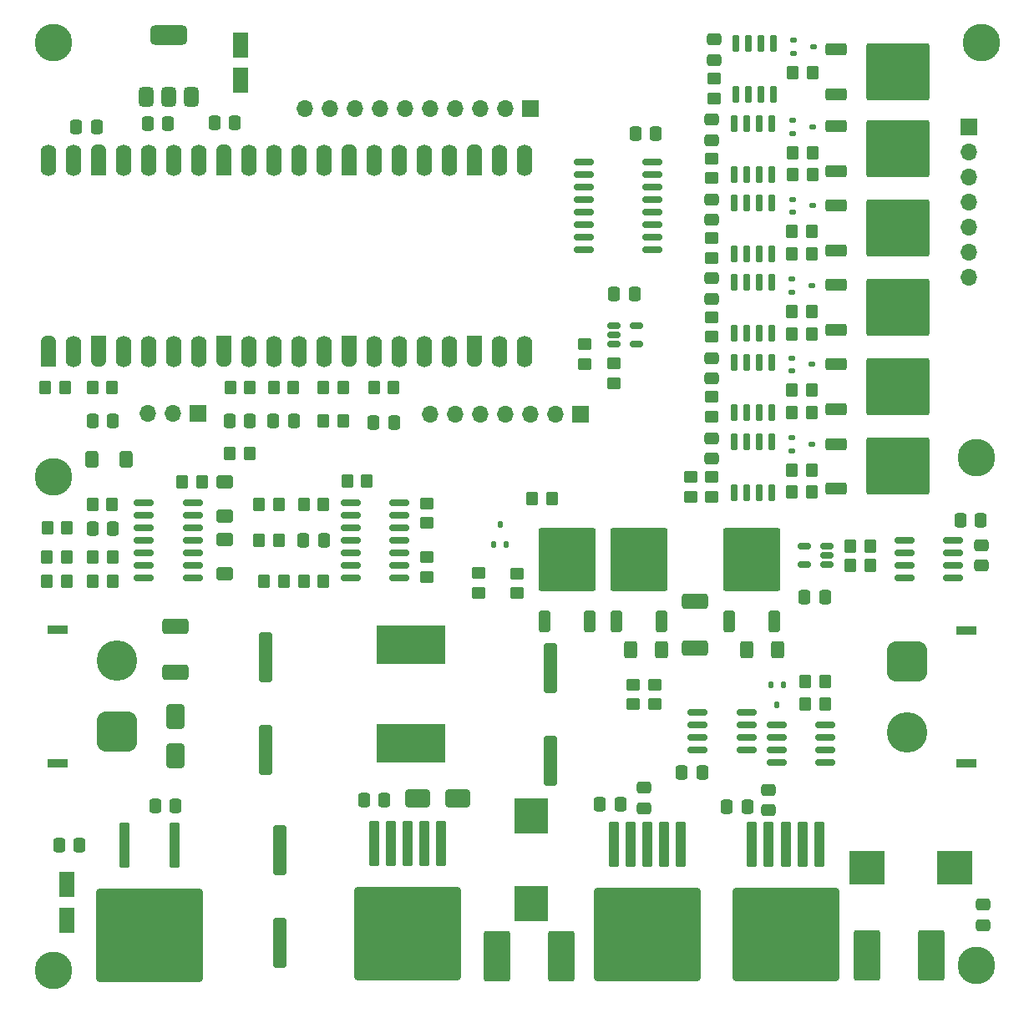
<source format=gts>
%TF.GenerationSoftware,KiCad,Pcbnew,8.0.1*%
%TF.CreationDate,2024-05-10T21:49:13+02:00*%
%TF.ProjectId,Charger,43686172-6765-4722-9e6b-696361645f70,rev?*%
%TF.SameCoordinates,Original*%
%TF.FileFunction,Soldermask,Top*%
%TF.FilePolarity,Negative*%
%FSLAX46Y46*%
G04 Gerber Fmt 4.6, Leading zero omitted, Abs format (unit mm)*
G04 Created by KiCad (PCBNEW 8.0.1) date 2024-05-10 21:49:13*
%MOMM*%
%LPD*%
G01*
G04 APERTURE LIST*
G04 Aperture macros list*
%AMRoundRect*
0 Rectangle with rounded corners*
0 $1 Rounding radius*
0 $2 $3 $4 $5 $6 $7 $8 $9 X,Y pos of 4 corners*
0 Add a 4 corners polygon primitive as box body*
4,1,4,$2,$3,$4,$5,$6,$7,$8,$9,$2,$3,0*
0 Add four circle primitives for the rounded corners*
1,1,$1+$1,$2,$3*
1,1,$1+$1,$4,$5*
1,1,$1+$1,$6,$7*
1,1,$1+$1,$8,$9*
0 Add four rect primitives between the rounded corners*
20,1,$1+$1,$2,$3,$4,$5,0*
20,1,$1+$1,$4,$5,$6,$7,0*
20,1,$1+$1,$6,$7,$8,$9,0*
20,1,$1+$1,$8,$9,$2,$3,0*%
%AMFreePoly0*
4,1,28,0.178017,0.779942,0.347107,0.720775,0.498792,0.625465,0.625465,0.498792,0.720775,0.347107,0.779942,0.178017,0.800000,0.000000,0.779942,-0.178017,0.720775,-0.347107,0.625465,-0.498792,0.498792,-0.625465,0.347107,-0.720775,0.178017,-0.779942,0.000000,-0.800000,-2.200000,-0.800000,-2.205014,-0.794986,-2.244504,-0.794986,-2.324698,-0.756366,-2.380194,-0.686777,-2.400000,-0.600000,
-2.400000,0.600000,-2.380194,0.686777,-2.324698,0.756366,-2.244504,0.794986,-2.205014,0.794986,-2.200000,0.800000,0.000000,0.800000,0.178017,0.779942,0.178017,0.779942,$1*%
%AMFreePoly1*
4,1,29,0.605014,0.794986,0.644504,0.794986,0.724698,0.756366,0.780194,0.686777,0.800000,0.600000,0.800000,-0.600000,0.780194,-0.686777,0.724698,-0.756366,0.644504,-0.794986,0.605014,-0.794986,0.600000,-0.800000,0.000000,-0.800000,-1.600000,-0.800000,-1.778017,-0.779942,-1.947107,-0.720775,-2.098792,-0.625465,-2.225465,-0.498792,-2.320775,-0.347107,-2.379942,-0.178017,-2.400000,0.000000,
-2.379942,0.178017,-2.320775,0.347107,-2.225465,0.498792,-2.098792,0.625465,-1.947107,0.720775,-1.778017,0.779942,-1.600000,0.800000,0.600000,0.800000,0.605014,0.794986,0.605014,0.794986,$1*%
%AMFreePoly2*
4,1,29,1.778017,0.779942,1.947107,0.720775,2.098792,0.625465,2.225465,0.498792,2.320775,0.347107,2.379942,0.178017,2.400000,0.000000,2.379942,-0.178017,2.320775,-0.347107,2.225465,-0.498792,2.098792,-0.625465,1.947107,-0.720775,1.778017,-0.779942,1.600000,-0.800000,0.000000,-0.800000,-0.600000,-0.800000,-0.605014,-0.794986,-0.644504,-0.794986,-0.724698,-0.756366,-0.780194,-0.686777,
-0.800000,-0.600000,-0.800000,0.600000,-0.780194,0.686777,-0.724698,0.756366,-0.644504,0.794986,-0.605014,0.794986,-0.600000,0.800000,1.600000,0.800000,1.778017,0.779942,1.778017,0.779942,$1*%
G04 Aperture macros list end*
%ADD10RoundRect,0.250000X-0.300000X2.050000X-0.300000X-2.050000X0.300000X-2.050000X0.300000X2.050000X0*%
%ADD11RoundRect,0.250002X-5.149998X4.449998X-5.149998X-4.449998X5.149998X-4.449998X5.149998X4.449998X0*%
%ADD12RoundRect,0.250000X-0.337500X-0.475000X0.337500X-0.475000X0.337500X0.475000X-0.337500X0.475000X0*%
%ADD13RoundRect,0.250000X-0.350000X-0.450000X0.350000X-0.450000X0.350000X0.450000X-0.350000X0.450000X0*%
%ADD14RoundRect,0.250000X0.450000X-0.350000X0.450000X0.350000X-0.450000X0.350000X-0.450000X-0.350000X0*%
%ADD15RoundRect,0.250000X-0.850000X-0.350000X0.850000X-0.350000X0.850000X0.350000X-0.850000X0.350000X0*%
%ADD16RoundRect,0.249997X-2.950003X-2.650003X2.950003X-2.650003X2.950003X2.650003X-2.950003X2.650003X0*%
%ADD17RoundRect,0.150000X-0.825000X-0.150000X0.825000X-0.150000X0.825000X0.150000X-0.825000X0.150000X0*%
%ADD18RoundRect,0.250000X0.350000X0.450000X-0.350000X0.450000X-0.350000X-0.450000X0.350000X-0.450000X0*%
%ADD19RoundRect,0.150000X0.150000X-0.725000X0.150000X0.725000X-0.150000X0.725000X-0.150000X-0.725000X0*%
%ADD20C,3.800000*%
%ADD21C,2.600000*%
%ADD22R,2.000000X0.900000*%
%ADD23RoundRect,1.025000X-1.025000X1.025000X-1.025000X-1.025000X1.025000X-1.025000X1.025000X1.025000X0*%
%ADD24C,4.100000*%
%ADD25RoundRect,0.250000X0.475000X-0.337500X0.475000X0.337500X-0.475000X0.337500X-0.475000X-0.337500X0*%
%ADD26RoundRect,0.250000X-0.475000X0.337500X-0.475000X-0.337500X0.475000X-0.337500X0.475000X0.337500X0*%
%ADD27RoundRect,0.250000X0.337500X0.475000X-0.337500X0.475000X-0.337500X-0.475000X0.337500X-0.475000X0*%
%ADD28RoundRect,0.250000X-0.650000X1.000000X-0.650000X-1.000000X0.650000X-1.000000X0.650000X1.000000X0*%
%ADD29RoundRect,0.250000X0.400000X0.600000X-0.400000X0.600000X-0.400000X-0.600000X0.400000X-0.600000X0*%
%ADD30RoundRect,0.250000X0.400000X0.625000X-0.400000X0.625000X-0.400000X-0.625000X0.400000X-0.625000X0*%
%ADD31RoundRect,0.150000X0.825000X0.150000X-0.825000X0.150000X-0.825000X-0.150000X0.825000X-0.150000X0*%
%ADD32RoundRect,0.250000X-0.450000X0.350000X-0.450000X-0.350000X0.450000X-0.350000X0.450000X0.350000X0*%
%ADD33RoundRect,0.150000X0.512500X0.150000X-0.512500X0.150000X-0.512500X-0.150000X0.512500X-0.150000X0*%
%ADD34RoundRect,0.250000X0.600000X-0.400000X0.600000X0.400000X-0.600000X0.400000X-0.600000X-0.400000X0*%
%ADD35RoundRect,0.112500X-0.112500X-0.237500X0.112500X-0.237500X0.112500X0.237500X-0.112500X0.237500X0*%
%ADD36RoundRect,0.250000X0.350000X-0.850000X0.350000X0.850000X-0.350000X0.850000X-0.350000X-0.850000X0*%
%ADD37RoundRect,0.249997X2.650003X-2.950003X2.650003X2.950003X-2.650003X2.950003X-2.650003X-2.950003X0*%
%ADD38RoundRect,0.249999X1.075001X-0.512501X1.075001X0.512501X-1.075001X0.512501X-1.075001X-0.512501X0*%
%ADD39R,3.500000X3.550000*%
%ADD40RoundRect,0.250001X-1.074999X-2.324999X1.074999X-2.324999X1.074999X2.324999X-1.074999X2.324999X0*%
%ADD41RoundRect,0.132500X-0.530000X2.367500X-0.530000X-2.367500X0.530000X-2.367500X0.530000X2.367500X0*%
%ADD42RoundRect,0.112500X-0.237500X0.112500X-0.237500X-0.112500X0.237500X-0.112500X0.237500X0.112500X0*%
%ADD43R,1.700000X1.700000*%
%ADD44O,1.700000X1.700000*%
%ADD45RoundRect,0.150000X-0.837500X-0.150000X0.837500X-0.150000X0.837500X0.150000X-0.837500X0.150000X0*%
%ADD46RoundRect,0.250001X1.074999X2.324999X-1.074999X2.324999X-1.074999X-2.324999X1.074999X-2.324999X0*%
%ADD47RoundRect,0.250000X-0.550000X1.050000X-0.550000X-1.050000X0.550000X-1.050000X0.550000X1.050000X0*%
%ADD48RoundRect,0.250000X-0.400000X-0.625000X0.400000X-0.625000X0.400000X0.625000X-0.400000X0.625000X0*%
%ADD49RoundRect,0.249999X-1.075001X0.512501X-1.075001X-0.512501X1.075001X-0.512501X1.075001X0.512501X0*%
%ADD50R,7.000000X4.000000*%
%ADD51FreePoly0,90.000000*%
%ADD52RoundRect,0.800000X0.000010X-0.800000X0.000010X0.800000X-0.000010X0.800000X-0.000010X-0.800000X0*%
%ADD53FreePoly1,90.000000*%
%ADD54FreePoly2,90.000000*%
%ADD55RoundRect,0.112500X0.112500X0.237500X-0.112500X0.237500X-0.112500X-0.237500X0.112500X-0.237500X0*%
%ADD56RoundRect,0.375000X0.375000X-0.625000X0.375000X0.625000X-0.375000X0.625000X-0.375000X-0.625000X0*%
%ADD57RoundRect,0.500000X1.400000X-0.500000X1.400000X0.500000X-1.400000X0.500000X-1.400000X-0.500000X0*%
%ADD58RoundRect,0.250000X-0.600000X0.400000X-0.600000X-0.400000X0.600000X-0.400000X0.600000X0.400000X0*%
%ADD59RoundRect,0.132500X0.530000X-2.367500X0.530000X2.367500X-0.530000X2.367500X-0.530000X-2.367500X0*%
%ADD60R,3.550000X3.500000*%
%ADD61RoundRect,0.250000X-1.000000X-0.650000X1.000000X-0.650000X1.000000X0.650000X-1.000000X0.650000X0*%
%ADD62RoundRect,1.025000X1.025000X-1.025000X1.025000X1.025000X-1.025000X1.025000X-1.025000X-1.025000X0*%
%ADD63RoundRect,0.150000X-0.512500X-0.150000X0.512500X-0.150000X0.512500X0.150000X-0.512500X0.150000X0*%
G04 APERTURE END LIST*
D10*
%TO.C,U18*%
X159575000Y-129175000D03*
X157875000Y-129175000D03*
X156175000Y-129175000D03*
D11*
X156175000Y-138325000D03*
D10*
X154475000Y-129175000D03*
X152775000Y-129175000D03*
%TD*%
D12*
%TO.C,C35*%
X128425000Y-86400000D03*
X130500000Y-86400000D03*
%TD*%
D13*
%TO.C,R77*%
X123350000Y-82825000D03*
X125350000Y-82825000D03*
%TD*%
%TO.C,R59*%
X144475000Y-94125000D03*
X146475000Y-94125000D03*
%TD*%
D12*
%TO.C,C11*%
X172087500Y-104050000D03*
X174162500Y-104050000D03*
%TD*%
D14*
%TO.C,R32*%
X162700000Y-85800000D03*
X162700000Y-83800000D03*
%TD*%
D15*
%TO.C,Q6*%
X175275000Y-64385000D03*
D16*
X181575000Y-66665000D03*
D15*
X175275000Y-68945000D03*
%TD*%
D13*
%TO.C,R53*%
X116800000Y-98350000D03*
X118800000Y-98350000D03*
%TD*%
D17*
%TO.C,U12*%
X182200000Y-98350000D03*
X182200000Y-99620000D03*
X182200000Y-100890000D03*
X182200000Y-102160000D03*
X187150000Y-102160000D03*
X187150000Y-100890000D03*
X187150000Y-99620000D03*
X187150000Y-98350000D03*
%TD*%
D18*
%TO.C,R23*%
X172800000Y-83100000D03*
X170800000Y-83100000D03*
%TD*%
D19*
%TO.C,U1*%
X165095000Y-53075000D03*
X166365000Y-53075000D03*
X167635000Y-53075000D03*
X168905000Y-53075000D03*
X168905000Y-47925000D03*
X167635000Y-47925000D03*
X166365000Y-47925000D03*
X165095000Y-47925000D03*
%TD*%
D20*
%TO.C,REF\u002A\u002A*%
X189500000Y-141400000D03*
D21*
X189500000Y-141400000D03*
%TD*%
D10*
%TO.C,U21*%
X108215000Y-129200000D03*
D11*
X105675000Y-138350000D03*
D10*
X103135000Y-129200000D03*
%TD*%
D22*
%TO.C,J2*%
X188475000Y-107450000D03*
X188475000Y-120950000D03*
D23*
X182475000Y-110600000D03*
D24*
X182475000Y-117800000D03*
%TD*%
D25*
%TO.C,C9*%
X190050000Y-100877500D03*
X190050000Y-98802500D03*
%TD*%
D26*
%TO.C,C5*%
X162700000Y-79862500D03*
X162700000Y-81937500D03*
%TD*%
D13*
%TO.C,R79*%
X128437500Y-82825000D03*
X130437500Y-82825000D03*
%TD*%
D20*
%TO.C,REF\u002A\u002A*%
X96000000Y-47900000D03*
D21*
X96000000Y-47900000D03*
%TD*%
D13*
%TO.C,R52*%
X121325000Y-102475000D03*
X123325000Y-102475000D03*
%TD*%
D27*
%TO.C,C28*%
X108362500Y-125250000D03*
X106287500Y-125250000D03*
%TD*%
D14*
%TO.C,R58*%
X139092500Y-103650000D03*
X139092500Y-101650000D03*
%TD*%
%TO.C,R33*%
X162700000Y-93900000D03*
X162700000Y-91900000D03*
%TD*%
D19*
%TO.C,U5*%
X164960000Y-85410000D03*
X166230000Y-85410000D03*
X167500000Y-85410000D03*
X168770000Y-85410000D03*
X168770000Y-80260000D03*
X167500000Y-80260000D03*
X166230000Y-80260000D03*
X164960000Y-80260000D03*
%TD*%
%TO.C,U4*%
X164985000Y-77305000D03*
X166255000Y-77305000D03*
X167525000Y-77305000D03*
X168795000Y-77305000D03*
X168795000Y-72155000D03*
X167525000Y-72155000D03*
X166255000Y-72155000D03*
X164985000Y-72155000D03*
%TD*%
D28*
%TO.C,D7*%
X108350000Y-116150000D03*
X108350000Y-120150000D03*
%TD*%
D29*
%TO.C,D1*%
X103325000Y-90075000D03*
X99825000Y-90075000D03*
%TD*%
D30*
%TO.C,R60*%
X169375000Y-109375000D03*
X166275000Y-109375000D03*
%TD*%
D14*
%TO.C,R10*%
X162900000Y-53500000D03*
X162900000Y-51500000D03*
%TD*%
D26*
%TO.C,C4*%
X162700000Y-71762500D03*
X162700000Y-73837500D03*
%TD*%
D18*
%TO.C,R1*%
X172900000Y-50900000D03*
X170900000Y-50900000D03*
%TD*%
D13*
%TO.C,R61*%
X113850000Y-89550000D03*
X115850000Y-89550000D03*
%TD*%
D31*
%TO.C,Q18*%
X166225000Y-119580000D03*
X166225000Y-118310000D03*
X166225000Y-117040000D03*
X166225000Y-115770000D03*
X161275000Y-115770000D03*
X161275000Y-117040000D03*
X161275000Y-118310000D03*
X161275000Y-119580000D03*
%TD*%
D12*
%TO.C,C21*%
X159637500Y-121850000D03*
X161712500Y-121850000D03*
%TD*%
D27*
%TO.C,C12*%
X154862500Y-73325000D03*
X152787500Y-73325000D03*
%TD*%
%TO.C,C16*%
X153437500Y-125075000D03*
X151362500Y-125075000D03*
%TD*%
D32*
%TO.C,R66*%
X152775000Y-80375000D03*
X152775000Y-82375000D03*
%TD*%
D13*
%TO.C,R63*%
X99975000Y-100000000D03*
X101975000Y-100000000D03*
%TD*%
D18*
%TO.C,R78*%
X125350000Y-86225000D03*
X123350000Y-86225000D03*
%TD*%
D13*
%TO.C,R47*%
X121325000Y-94675000D03*
X123325000Y-94675000D03*
%TD*%
D18*
%TO.C,R55*%
X174175000Y-114950000D03*
X172175000Y-114950000D03*
%TD*%
D32*
%TO.C,R67*%
X149850000Y-78450000D03*
X149850000Y-80450000D03*
%TD*%
D33*
%TO.C,U10*%
X174337500Y-100775000D03*
X174337500Y-99825000D03*
X174337500Y-98875000D03*
X172062500Y-98875000D03*
X172062500Y-100775000D03*
%TD*%
D18*
%TO.C,R3*%
X172800000Y-67000000D03*
X170800000Y-67000000D03*
%TD*%
D34*
%TO.C,D2*%
X113302500Y-95877500D03*
X113302500Y-92377500D03*
%TD*%
D35*
%TO.C,Q13*%
X140577500Y-98750000D03*
X141877500Y-98750000D03*
X141227500Y-96750000D03*
%TD*%
D27*
%TO.C,C15*%
X123387500Y-98350000D03*
X121312500Y-98350000D03*
%TD*%
D13*
%TO.C,R48*%
X116800000Y-94675000D03*
X118800000Y-94675000D03*
%TD*%
D12*
%TO.C,C10*%
X187887500Y-96265000D03*
X189962500Y-96265000D03*
%TD*%
D10*
%TO.C,U17*%
X173575000Y-129175000D03*
X171875000Y-129175000D03*
X170175000Y-129175000D03*
D11*
X170175000Y-138325000D03*
D10*
X168475000Y-129175000D03*
X166775000Y-129175000D03*
%TD*%
D36*
%TO.C,Q15*%
X153045000Y-106550000D03*
D37*
X155325000Y-100250000D03*
D36*
X157605000Y-106550000D03*
%TD*%
D20*
%TO.C,REF\u002A\u002A*%
X96000000Y-141900000D03*
D21*
X96000000Y-141900000D03*
%TD*%
D27*
%TO.C,C27*%
X98612500Y-129250000D03*
X96537500Y-129250000D03*
%TD*%
%TO.C,C29*%
X107587500Y-56040000D03*
X105512500Y-56040000D03*
%TD*%
D38*
%TO.C,F2*%
X160950000Y-109212500D03*
X160950000Y-104537500D03*
%TD*%
D26*
%TO.C,C3*%
X162700000Y-63762500D03*
X162700000Y-65837500D03*
%TD*%
D39*
%TO.C,L2*%
X144350000Y-135175000D03*
X144350000Y-126225000D03*
%TD*%
D40*
%TO.C,D4*%
X178400000Y-140425000D03*
X184950000Y-140425000D03*
%TD*%
D27*
%TO.C,C17*%
X166287500Y-125325000D03*
X164212500Y-125325000D03*
%TD*%
D41*
%TO.C,C24*%
X118920000Y-129742500D03*
X118920000Y-139142500D03*
%TD*%
D18*
%TO.C,R6*%
X172800000Y-77400000D03*
X170800000Y-77400000D03*
%TD*%
D42*
%TO.C,Q2*%
X170900000Y-55750000D03*
X170900000Y-57050000D03*
X172900000Y-56400000D03*
%TD*%
D15*
%TO.C,Q4*%
X175275000Y-48575000D03*
D16*
X181575000Y-50855000D03*
D15*
X175275000Y-53135000D03*
%TD*%
D26*
%TO.C,C2*%
X162700000Y-55662500D03*
X162700000Y-57737500D03*
%TD*%
D43*
%TO.C,J5*%
X149415000Y-85575000D03*
D44*
X146875000Y-85575000D03*
X144335000Y-85575000D03*
X141795000Y-85575000D03*
X139255000Y-85575000D03*
X136715000Y-85575000D03*
X134175000Y-85575000D03*
%TD*%
D15*
%TO.C,Q10*%
X175275000Y-72440000D03*
D16*
X181575000Y-74720000D03*
D15*
X175275000Y-77000000D03*
%TD*%
D26*
%TO.C,C19*%
X155825000Y-123387500D03*
X155825000Y-125462500D03*
%TD*%
D45*
%TO.C,U24*%
X149712500Y-59930000D03*
X149712500Y-61200000D03*
X149712500Y-62470000D03*
X149712500Y-63740000D03*
X149712500Y-65010000D03*
X149712500Y-66280000D03*
X149712500Y-67550000D03*
X149712500Y-68820000D03*
X156637500Y-68820000D03*
X156637500Y-67550000D03*
X156637500Y-66280000D03*
X156637500Y-65010000D03*
X156637500Y-63740000D03*
X156637500Y-62470000D03*
X156637500Y-61200000D03*
X156637500Y-59930000D03*
%TD*%
D12*
%TO.C,C36*%
X98262500Y-56425000D03*
X100337500Y-56425000D03*
%TD*%
D19*
%TO.C,U3*%
X164995000Y-69275000D03*
X166265000Y-69275000D03*
X167535000Y-69275000D03*
X168805000Y-69275000D03*
X168805000Y-64125000D03*
X167535000Y-64125000D03*
X166265000Y-64125000D03*
X164995000Y-64125000D03*
%TD*%
D46*
%TO.C,D5*%
X147450000Y-140450000D03*
X140900000Y-140450000D03*
%TD*%
D18*
%TO.C,R2*%
X172900000Y-59000000D03*
X170900000Y-59000000D03*
%TD*%
D10*
%TO.C,U20*%
X135250000Y-129075000D03*
X133550000Y-129075000D03*
X131850000Y-129075000D03*
D11*
X131850000Y-138225000D03*
D10*
X130150000Y-129075000D03*
X128450000Y-129075000D03*
%TD*%
D18*
%TO.C,R24*%
X172800000Y-91200000D03*
X170800000Y-91200000D03*
%TD*%
D47*
%TO.C,C30*%
X114950000Y-48100000D03*
X114950000Y-51700000D03*
%TD*%
D17*
%TO.C,Q17*%
X169250000Y-117035000D03*
X169250000Y-118305000D03*
X169250000Y-119575000D03*
X169250000Y-120845000D03*
X174200000Y-120845000D03*
X174200000Y-119575000D03*
X174200000Y-118305000D03*
X174200000Y-117035000D03*
%TD*%
D36*
%TO.C,Q16*%
X164472500Y-106575000D03*
D37*
X166752500Y-100275000D03*
D36*
X169032500Y-106575000D03*
%TD*%
D48*
%TO.C,R43*%
X154500000Y-109375000D03*
X157600000Y-109375000D03*
%TD*%
D27*
%TO.C,C37*%
X157037500Y-57050000D03*
X154962500Y-57050000D03*
%TD*%
D18*
%TO.C,R62*%
X111000000Y-92400000D03*
X109000000Y-92400000D03*
%TD*%
%TO.C,R65*%
X97350000Y-97075000D03*
X95350000Y-97075000D03*
%TD*%
%TO.C,R75*%
X101925000Y-82850000D03*
X99925000Y-82850000D03*
%TD*%
D49*
%TO.C,F1*%
X108350000Y-107012500D03*
X108350000Y-111687500D03*
%TD*%
D26*
%TO.C,C20*%
X190200000Y-135262500D03*
X190200000Y-137337500D03*
%TD*%
D18*
%TO.C,R26*%
X172800000Y-93400000D03*
X170800000Y-93400000D03*
%TD*%
D15*
%TO.C,Q11*%
X175275000Y-80495000D03*
D16*
X181575000Y-82775000D03*
D15*
X175275000Y-85055000D03*
%TD*%
D13*
%TO.C,R56*%
X172175000Y-112675000D03*
X174175000Y-112675000D03*
%TD*%
D43*
%TO.C,J4*%
X144335000Y-54575000D03*
D44*
X141795000Y-54575000D03*
X139255000Y-54575000D03*
X136715000Y-54575000D03*
X134175000Y-54575000D03*
X131635000Y-54575000D03*
X129095000Y-54575000D03*
X126555000Y-54575000D03*
X124015000Y-54575000D03*
X121475000Y-54575000D03*
%TD*%
D17*
%TO.C,U25*%
X105125000Y-94517500D03*
X105125000Y-95787500D03*
X105125000Y-97057500D03*
X105125000Y-98327500D03*
X105125000Y-99597500D03*
X105125000Y-100867500D03*
X105125000Y-102137500D03*
X110075000Y-102137500D03*
X110075000Y-100867500D03*
X110075000Y-99597500D03*
X110075000Y-98327500D03*
X110075000Y-97057500D03*
X110075000Y-95787500D03*
X110075000Y-94517500D03*
%TD*%
D27*
%TO.C,C32*%
X120312500Y-86250000D03*
X118237500Y-86250000D03*
%TD*%
D26*
%TO.C,C6*%
X162700000Y-87962500D03*
X162700000Y-90037500D03*
%TD*%
D20*
%TO.C,REF\u002A\u002A*%
X189500000Y-89900000D03*
D21*
X189500000Y-89900000D03*
%TD*%
D12*
%TO.C,C34*%
X113820000Y-86247500D03*
X115895000Y-86247500D03*
%TD*%
D17*
%TO.C,U13*%
X126100000Y-94492500D03*
X126100000Y-95762500D03*
X126100000Y-97032500D03*
X126100000Y-98302500D03*
X126100000Y-99572500D03*
X126100000Y-100842500D03*
X126100000Y-102112500D03*
X131050000Y-102112500D03*
X131050000Y-100842500D03*
X131050000Y-99572500D03*
X131050000Y-98302500D03*
X131050000Y-97032500D03*
X131050000Y-95762500D03*
X131050000Y-94492500D03*
%TD*%
D19*
%TO.C,U6*%
X164985000Y-93475000D03*
X166255000Y-93475000D03*
X167525000Y-93475000D03*
X168795000Y-93475000D03*
X168795000Y-88325000D03*
X167525000Y-88325000D03*
X166255000Y-88325000D03*
X164985000Y-88325000D03*
%TD*%
D50*
%TO.C,L3*%
X132192500Y-118932500D03*
X132192500Y-108932500D03*
%TD*%
D14*
%TO.C,R57*%
X142967500Y-103675000D03*
X142967500Y-101675000D03*
%TD*%
D27*
%TO.C,C13*%
X101987500Y-97125000D03*
X99912500Y-97125000D03*
%TD*%
D20*
%TO.C,REF\u002A\u002A*%
X96000000Y-91900000D03*
D21*
X96000000Y-91900000D03*
%TD*%
D18*
%TO.C,R5*%
X172800000Y-69300000D03*
X170800000Y-69300000D03*
%TD*%
D51*
%TO.C,U23*%
X95415000Y-78375000D03*
D52*
X97955000Y-79175000D03*
D53*
X100495000Y-78375000D03*
D52*
X103035000Y-79175000D03*
X105575000Y-79175000D03*
X108115000Y-79175000D03*
X110655000Y-79175000D03*
D53*
X113195000Y-78375000D03*
D52*
X115735000Y-79175000D03*
X118275000Y-79175000D03*
X120815000Y-79175000D03*
X123355000Y-79175000D03*
D53*
X125895000Y-78375000D03*
D52*
X128435000Y-79175000D03*
X130975000Y-79175000D03*
X133515000Y-79175000D03*
X136055000Y-79175000D03*
D53*
X138595000Y-78375000D03*
D52*
X141135000Y-79175000D03*
X143675000Y-79175000D03*
X143675000Y-59795000D03*
X141135000Y-59795000D03*
D54*
X138595000Y-60595000D03*
D52*
X136055000Y-59795000D03*
X133515000Y-59795000D03*
X130975000Y-59795000D03*
X128435000Y-59795000D03*
D54*
X125895000Y-60595000D03*
D52*
X123355000Y-59795000D03*
X120815000Y-59795000D03*
X118275000Y-59795000D03*
X115735000Y-59795000D03*
D54*
X113195000Y-60595000D03*
D52*
X110655000Y-59795000D03*
X108115000Y-59795000D03*
X105575000Y-59795000D03*
X103035000Y-59795000D03*
D54*
X100495000Y-60595000D03*
D52*
X97955000Y-59795000D03*
X95415000Y-59795000D03*
%TD*%
D27*
%TO.C,C38*%
X129500000Y-124650000D03*
X127425000Y-124650000D03*
%TD*%
D15*
%TO.C,Q12*%
X175275000Y-88550000D03*
D16*
X181575000Y-90830000D03*
D15*
X175275000Y-93110000D03*
%TD*%
D55*
%TO.C,Q19*%
X169972500Y-112972500D03*
X168672500Y-112972500D03*
X169322500Y-114972500D03*
%TD*%
D56*
%TO.C,U22*%
X105325000Y-53375000D03*
X107625000Y-53375000D03*
D57*
X107625000Y-47075000D03*
D56*
X109925000Y-53375000D03*
%TD*%
D43*
%TO.C,J8*%
X110585000Y-85450000D03*
D44*
X108045000Y-85450000D03*
X105505000Y-85450000D03*
%TD*%
D26*
%TO.C,C1*%
X162900000Y-47562500D03*
X162900000Y-49637500D03*
%TD*%
D13*
%TO.C,R64*%
X99925000Y-94650000D03*
X101925000Y-94650000D03*
%TD*%
D19*
%TO.C,U2*%
X164960000Y-61210000D03*
X166230000Y-61210000D03*
X167500000Y-61210000D03*
X168770000Y-61210000D03*
X168770000Y-56060000D03*
X167500000Y-56060000D03*
X166230000Y-56060000D03*
X164960000Y-56060000D03*
%TD*%
D42*
%TO.C,Q8*%
X170800000Y-79850000D03*
X170800000Y-81150000D03*
X172800000Y-80500000D03*
%TD*%
D14*
%TO.C,R31*%
X162700000Y-77700000D03*
X162700000Y-75700000D03*
%TD*%
%TO.C,R69*%
X154725000Y-114950000D03*
X154725000Y-112950000D03*
%TD*%
D18*
%TO.C,R46*%
X178750000Y-100900000D03*
X176750000Y-100900000D03*
%TD*%
D12*
%TO.C,C33*%
X99920000Y-86225000D03*
X101995000Y-86225000D03*
%TD*%
D13*
%TO.C,R54*%
X125750000Y-92275000D03*
X127750000Y-92275000D03*
%TD*%
D58*
%TO.C,D3*%
X113325000Y-98200000D03*
X113325000Y-101700000D03*
%TD*%
D18*
%TO.C,R25*%
X172800000Y-85400000D03*
X170800000Y-85400000D03*
%TD*%
%TO.C,R4*%
X172900000Y-61200000D03*
X170900000Y-61200000D03*
%TD*%
D47*
%TO.C,C26*%
X97325000Y-133225000D03*
X97325000Y-136825000D03*
%TD*%
D41*
%TO.C,C25*%
X117495000Y-110217500D03*
X117495000Y-119617500D03*
%TD*%
D42*
%TO.C,Q7*%
X170800000Y-71850000D03*
X170800000Y-73150000D03*
X172800000Y-72500000D03*
%TD*%
D32*
%TO.C,R49*%
X133775000Y-94575000D03*
X133775000Y-96575000D03*
%TD*%
D42*
%TO.C,Q1*%
X171000000Y-47650000D03*
X171000000Y-48950000D03*
X173000000Y-48300000D03*
%TD*%
D13*
%TO.C,R51*%
X117300000Y-102475000D03*
X119300000Y-102475000D03*
%TD*%
D42*
%TO.C,Q3*%
X170900000Y-63750000D03*
X170900000Y-65050000D03*
X172900000Y-64400000D03*
%TD*%
%TO.C,Q9*%
X170800000Y-87950000D03*
X170800000Y-89250000D03*
X172800000Y-88600000D03*
%TD*%
D59*
%TO.C,C22*%
X146325000Y-120700000D03*
X146325000Y-111300000D03*
%TD*%
D43*
%TO.C,J1*%
X188775000Y-56425000D03*
D44*
X188775000Y-58965000D03*
X188775000Y-61505000D03*
X188775000Y-64045000D03*
X188775000Y-66585000D03*
X188775000Y-69125000D03*
X188775000Y-71665000D03*
%TD*%
D32*
%TO.C,R27*%
X160600000Y-91900000D03*
X160600000Y-93900000D03*
%TD*%
D20*
%TO.C,REF\u002A\u002A*%
X190000000Y-47900000D03*
D21*
X190000000Y-47900000D03*
%TD*%
D13*
%TO.C,R70*%
X95325000Y-102475000D03*
X97325000Y-102475000D03*
%TD*%
D14*
%TO.C,R11*%
X162700000Y-61600000D03*
X162700000Y-59600000D03*
%TD*%
D26*
%TO.C,C18*%
X168450000Y-123600000D03*
X168450000Y-125675000D03*
%TD*%
D15*
%TO.C,Q5*%
X175275000Y-56330000D03*
D16*
X181575000Y-58610000D03*
D15*
X175275000Y-60890000D03*
%TD*%
D13*
%TO.C,R73*%
X118282500Y-82822500D03*
X120282500Y-82822500D03*
%TD*%
D18*
%TO.C,R45*%
X178750000Y-98900000D03*
X176750000Y-98900000D03*
%TD*%
D13*
%TO.C,R71*%
X99975000Y-102475000D03*
X101975000Y-102475000D03*
%TD*%
D60*
%TO.C,L1*%
X178400000Y-131500000D03*
X187350000Y-131500000D03*
%TD*%
D61*
%TO.C,D6*%
X132900000Y-124450000D03*
X136900000Y-124450000D03*
%TD*%
D22*
%TO.C,J3*%
X96400000Y-120900000D03*
X96400000Y-107400000D03*
D62*
X102400000Y-117750000D03*
D24*
X102400000Y-110550000D03*
%TD*%
D18*
%TO.C,R22*%
X172800000Y-75100000D03*
X170800000Y-75100000D03*
%TD*%
D13*
%TO.C,R44*%
X95325000Y-100000000D03*
X97325000Y-100000000D03*
%TD*%
D32*
%TO.C,R68*%
X156925000Y-112950000D03*
X156925000Y-114950000D03*
%TD*%
D12*
%TO.C,C31*%
X112262500Y-56000000D03*
X114337500Y-56000000D03*
%TD*%
D18*
%TO.C,R76*%
X115882500Y-82822500D03*
X113882500Y-82822500D03*
%TD*%
D63*
%TO.C,U19*%
X152775000Y-76525000D03*
X152775000Y-77475000D03*
X152775000Y-78425000D03*
X155050000Y-78425000D03*
X155050000Y-76525000D03*
%TD*%
D14*
%TO.C,R50*%
X133775000Y-102050000D03*
X133775000Y-100050000D03*
%TD*%
D36*
%TO.C,Q14*%
X145720000Y-106550000D03*
D37*
X148000000Y-100250000D03*
D36*
X150280000Y-106550000D03*
%TD*%
D18*
%TO.C,R72*%
X97125000Y-82850000D03*
X95125000Y-82850000D03*
%TD*%
D14*
%TO.C,R12*%
X162700000Y-69700000D03*
X162700000Y-67700000D03*
%TD*%
M02*

</source>
